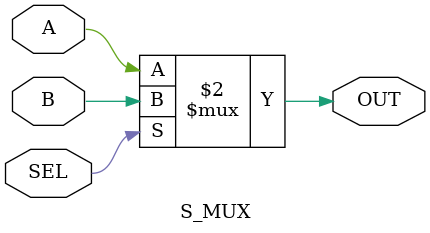
<source format=v>
               
`timescale 1 ns / 1 ns

module S_MUX(A,B,SEL,OUT);

parameter SIZE = 1;
input[SIZE-1:0] A,B;
output reg[SIZE-1:0] OUT;
input SEL;

always @*


OUT = SEL ? B : A; //if SEL is HIGH then OUT=B, ELSE OUT=A


endmodule

</source>
